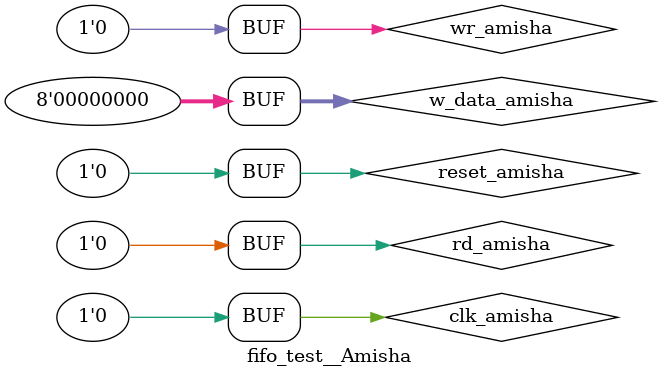
<source format=v>
`timescale 1ns / 1ps


module fifo_test__Amisha;

	// Inputs
	reg clk_amisha;
	reg reset_amisha;
	reg rd_amisha;
	reg wr_amisha;
	reg [7:0] w_data_amisha;

	// Outputs
	wire empty_amisha;
	wire full_amisha;
	wire [7:0] r_data_amisha;

	// Instantiate the Unit Under Test (UUT)
	fifo_Amisha uut (
		.clk_amisha(clk_amisha), 
		.reset_amisha(reset_amisha), 
		.rd_amisha(rd_amisha), 
		.wr_amisha(wr_amisha), 
		.w_data_amisha(w_data_amisha), 
		.empty_amisha(empty_amisha), 
		.full_amisha(full_amisha), 
		.r_data_amisha(r_data_amisha)
	);

	initial begin
		// Initialize Inputs
		clk_amisha = 0;
		reset_amisha = 0;
		rd_amisha = 0;
		wr_amisha = 0;
		w_data_amisha = 0;

		// Wait 100 ns for global reset to finish
		#100;
        
		// Add stimulus here

	end
      
endmodule


</source>
